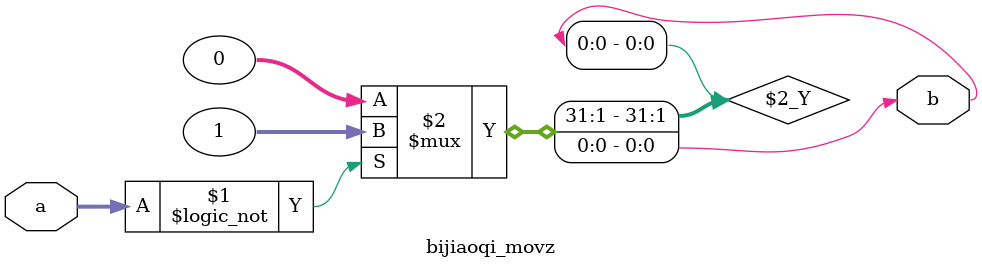
<source format=v>
`timescale 1ns / 1ps
module bijiaoqi_movz(
    input [31:0] a,
    output b
    );
	 assign b = (a == 0)? 1:0;

endmodule

</source>
